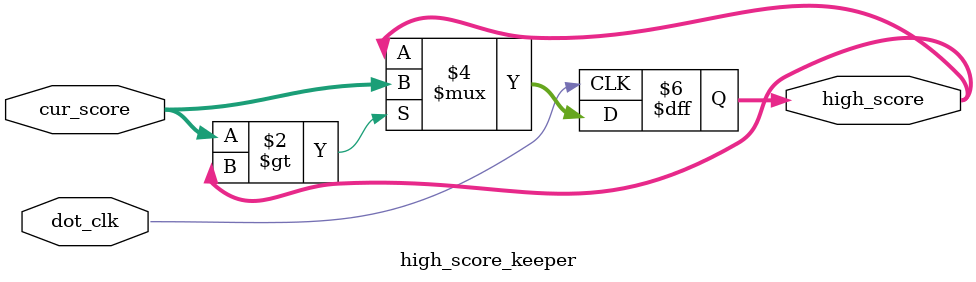
<source format=v>
module high_score_keeper(high_score, cur_score, dot_clk);
	output reg [7:0] high_score;
	input [7:0] cur_score;
	input dot_clk;
	
	always @(posedge dot_clk)
	begin
		if (cur_score > high_score)
			// if current score is greater than highscore, update highscore
			high_score <= cur_score;
		else
			// else don't change the high score
			high_score <= high_score;
	end

endmodule
</source>
